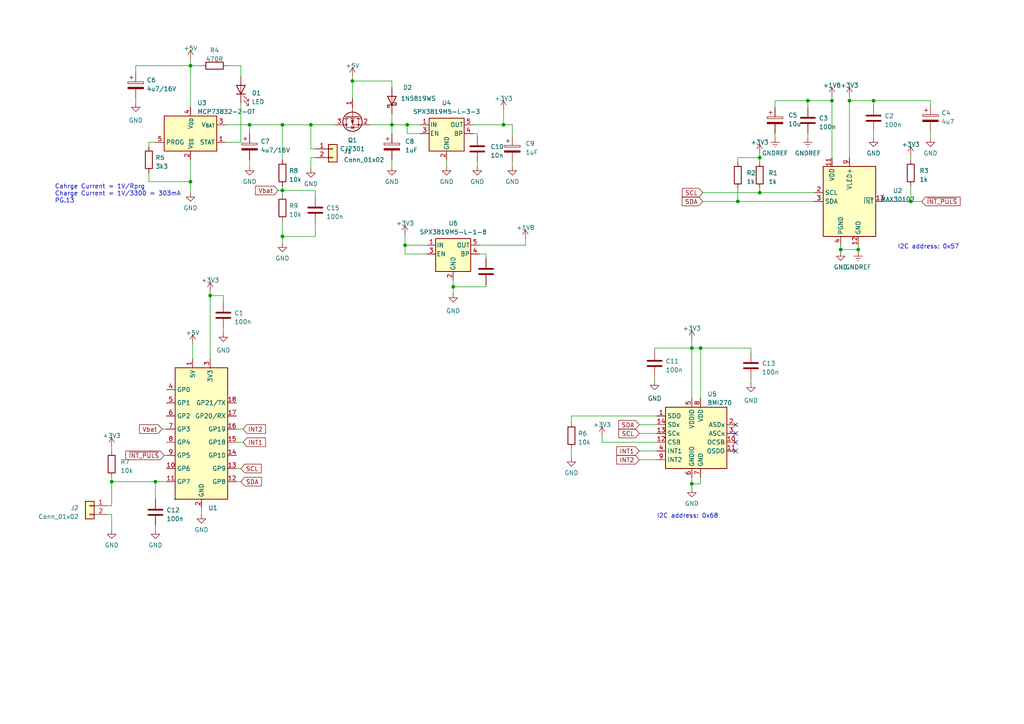
<source format=kicad_sch>
(kicad_sch (version 20230121) (generator eeschema)
  (paper "A4")
  (lib_symbols
    (symbol "Battery_Management:MCP73832-2-OT"
      (property "Reference" "U" (at -7.62 6.35 0))
      (property "Value" "MCP73832-2-OT" (at 1.27 6.35 0))
      (symbol "MCP73832-2-OT_0_1"
        (rectangle (start -7.62 5.08) (end 7.62 -5.08) (stroke (width 0.254)) (fill (type background)))
      )
      (symbol "MCP73832-2-OT_1_1"
        (pin output line (at 10.16 -2.54 180) (length 2.54) (name "STAT") (number "1"))
        (pin power_in line (at 0 -7.62 90) (length 2.54) (name "V_{SS}") (number "2"))
        (pin power_out line (at 10.16 2.54 180) (length 2.54) (name "V_{BAT}") (number "3"))
        (pin power_in line (at 0 7.62 270) (length 2.54) (name "V_{DD}") (number "4"))
        (pin input line (at -10.16 -2.54 0) (length 2.54) (name "PROG") (number "5"))
      )
    )
    (symbol "Connector_Generic:Conn_01x02" (pin_names (offset 1.016) hide)
      (property "Reference" "J" (at 0 2.54 0))
      (property "Value" "Conn_01x02" (at 0 -5.08 0))
      (symbol "Conn_01x02_1_1"
        (rectangle (start -1.27 -2.413) (end 0 -2.667) (stroke (width 0.1524)))
        (rectangle (start -1.27 0.127) (end 0 -0.127) (stroke (width 0.1524)))
        (rectangle (start -1.27 1.27) (end 1.27 -3.81) (stroke (width 0.254)) (fill (type background)))
        (pin passive line (at -5.08 0 0) (length 3.81) (name "Pin_1") (number "1"))
        (pin passive line (at -5.08 -2.54 0) (length 3.81) (name "Pin_2") (number "2"))
      )
    )
    (symbol "Device:C" (pin_numbers hide) (pin_names (offset 0.254))
      (property "Reference" "C" (at 0.635 2.54 0))
      (property "Value" "C" (at 0.635 -2.54 0))
      (symbol "C_0_1"
        (polyline (pts (xy -2.032 -0.762) (xy 2.032 -0.762)) (stroke (width 0.508)))
        (polyline (pts (xy -2.032 0.762) (xy 2.032 0.762)) (stroke (width 0.508)))
      )
      (symbol "C_1_1"
        (pin passive line (at 0 3.81 270) (length 2.794) (name "~") (number "1"))
        (pin passive line (at 0 -3.81 90) (length 2.794) (name "~") (number "2"))
      )
    )
    (symbol "Device:C_Polarized" (pin_numbers hide) (pin_names (offset 0.254))
      (property "Reference" "C" (at 0.635 2.54 0))
      (property "Value" "C_Polarized" (at 0.635 -2.54 0))
      (symbol "C_Polarized_0_1"
        (rectangle (start -2.286 0.508) (end 2.286 1.016))
        (polyline (pts (xy -1.778 2.286) (xy -0.762 2.286)))
        (polyline (pts (xy -1.27 2.794) (xy -1.27 1.778)))
        (rectangle (start 2.286 -0.508) (end -2.286 -1.016) (fill (type outline)))
      )
      (symbol "C_Polarized_1_1"
        (pin passive line (at 0 3.81 270) (length 2.794) (name "~") (number "1"))
        (pin passive line (at 0 -3.81 90) (length 2.794) (name "~") (number "2"))
      )
    )
    (symbol "Device:LED" (pin_numbers hide) (pin_names (offset 1.016) hide)
      (property "Reference" "D" (at 0 2.54 0))
      (property "Value" "LED" (at 0 -2.54 0))
      (symbol "LED_0_1"
        (polyline (pts (xy -1.27 -1.27) (xy -1.27 1.27)) (stroke (width 0.254)))
        (polyline (pts (xy -1.27 0) (xy 1.27 0)))
        (polyline (pts (xy 1.27 -1.27) (xy 1.27 1.27) (xy -1.27 0) (xy 1.27 -1.27)) (stroke (width 0.254)))
        (polyline (pts (xy -3.048 -0.762) (xy -4.572 -2.286) (xy -3.81 -2.286) (xy -4.572 -2.286) (xy -4.572 -1.524)))
        (polyline (pts (xy -1.778 -0.762) (xy -3.302 -2.286) (xy -2.54 -2.286) (xy -3.302 -2.286) (xy -3.302 -1.524)))
      )
      (symbol "LED_1_1"
        (pin passive line (at -3.81 0 0) (length 2.54) (name "K") (number "1"))
        (pin passive line (at 3.81 0 180) (length 2.54) (name "A") (number "2"))
      )
    )
    (symbol "Device:R" (pin_numbers hide) (pin_names (offset 0))
      (property "Reference" "R" (at 2.032 0 90))
      (property "Value" "R" (at 0 0 90))
      (symbol "R_0_1"
        (rectangle (start -1.016 -2.54) (end 1.016 2.54) (stroke (width 0.254)))
      )
      (symbol "R_1_1"
        (pin passive line (at 0 3.81 270) (length 1.27) (name "~") (number "1"))
        (pin passive line (at 0 -3.81 90) (length 1.27) (name "~") (number "2"))
      )
    )
    (symbol "Diode:1N5819WS" (pin_numbers hide) (pin_names (offset 1.016) hide)
      (property "Reference" "D" (at 0 2.54 0))
      (property "Value" "1N5819WS" (at 0 -2.54 0))
      (symbol "1N5819WS_0_1"
        (polyline (pts (xy 1.27 0) (xy -1.27 0)))
        (polyline (pts (xy 1.27 1.27) (xy 1.27 -1.27) (xy -1.27 0) (xy 1.27 1.27)) (stroke (width 0.254)))
        (polyline (pts (xy -1.905 0.635) (xy -1.905 1.27) (xy -1.27 1.27) (xy -1.27 -1.27) (xy -0.635 -1.27) (xy -0.635 -0.635)) (stroke (width 0.254)))
      )
      (symbol "1N5819WS_1_1"
        (pin passive line (at -3.81 0 0) (length 2.54) (name "K") (number "1"))
        (pin passive line (at 3.81 0 180) (length 2.54) (name "A") (number "2"))
      )
    )
    (symbol "MCU_Module:ESP32-C3-Zero"
      (property "Reference" "U" (at 12.7 -1.27 0))
      (symbol "ESP32-C3-Zero_1_1"
        (rectangle (start 0 38.1) (end 15.24 0) (stroke (width 0.254)) (fill (type background)))
        (pin power_in line (at 5.08 40.64 270) (length 2.54) (name "5V") (number "1"))
        (pin bidirectional line (at -2.54 8.89 0) (length 2.54) (name "GP6") (number "10"))
        (pin bidirectional line (at -2.54 5.08 0) (length 2.54) (name "GP7") (number "11"))
        (pin bidirectional line (at 17.78 5.08 180) (length 2.54) (name "GP8") (number "12"))
        (pin bidirectional line (at 17.78 8.89 180) (length 2.54) (name "GP9") (number "13"))
        (pin input line (at 17.78 12.7 180) (length 2.54) (name "GP10") (number "14"))
        (pin input line (at 17.78 16.51 180) (length 2.54) (name "GP18") (number "15"))
        (pin output line (at 17.78 20.32 180) (length 2.54) (name "GP19") (number "16"))
        (pin bidirectional line (at 17.78 24.13 180) (length 2.54) (name "GP20/RX") (number "17"))
        (pin bidirectional line (at 17.78 27.94 180) (length 2.54) (name "GP21/TX") (number "18"))
        (pin power_in line (at 7.62 -2.54 90) (length 2.54) (name "GND") (number "2"))
        (pin power_out line (at 10.16 40.64 270) (length 2.54) (name "3V3") (number "3"))
        (pin bidirectional line (at -2.54 31.75 0) (length 2.54) (name "GP0") (number "4"))
        (pin bidirectional line (at -2.54 27.94 0) (length 2.54) (name "GP1") (number "5"))
        (pin bidirectional line (at -2.54 24.13 0) (length 2.54) (name "GP2") (number "6"))
        (pin bidirectional line (at -2.54 20.32 0) (length 2.54) (name "GP3") (number "7"))
        (pin bidirectional line (at -2.54 16.51 0) (length 2.54) (name "GP4") (number "8"))
        (pin bidirectional line (at -2.54 12.7 0) (length 2.54) (name "GP5") (number "9"))
      )
    )
    (symbol "Regulator_Linear:SPX3819M5-L-1-8" (pin_names (offset 0.254))
      (property "Reference" "U" (at -3.81 5.715 0))
      (property "Value" "SPX3819M5-L-1-8" (at 0 5.715 0))
      (symbol "SPX3819M5-L-1-8_0_1"
        (rectangle (start -5.08 4.445) (end 5.08 -5.08) (stroke (width 0.254)) (fill (type background)))
      )
      (symbol "SPX3819M5-L-1-8_1_1"
        (pin power_in line (at -7.62 2.54 0) (length 2.54) (name "IN") (number "1"))
        (pin power_in line (at 0 -7.62 90) (length 2.54) (name "GND") (number "2"))
        (pin input line (at -7.62 0 0) (length 2.54) (name "EN") (number "3"))
        (pin input line (at 7.62 0 180) (length 2.54) (name "BP") (number "4"))
        (pin power_out line (at 7.62 2.54 180) (length 2.54) (name "OUT") (number "5"))
      )
    )
    (symbol "Regulator_Linear:SPX3819M5-L-3-3" (pin_names (offset 0.254))
      (property "Reference" "U" (at -3.81 5.715 0))
      (property "Value" "SPX3819M5-L-3-3" (at 0 5.715 0))
      (symbol "SPX3819M5-L-3-3_0_1"
        (rectangle (start -5.08 4.445) (end 5.08 -5.08) (stroke (width 0.254)) (fill (type background)))
      )
      (symbol "SPX3819M5-L-3-3_1_1"
        (pin power_in line (at -7.62 2.54 0) (length 2.54) (name "IN") (number "1"))
        (pin power_in line (at 0 -7.62 90) (length 2.54) (name "GND") (number "2"))
        (pin input line (at -7.62 0 0) (length 2.54) (name "EN") (number "3"))
        (pin input line (at 7.62 0 180) (length 2.54) (name "BP") (number "4"))
        (pin power_out line (at 7.62 2.54 180) (length 2.54) (name "OUT") (number "5"))
      )
    )
    (symbol "Sensor:MAX30102"
      (property "Reference" "U" (at 7.62 15.24 0))
      (property "Value" "MAX30102" (at 7.62 12.7 0))
      (symbol "MAX30102_0_1"
        (rectangle (start -7.62 10.16) (end 7.62 -10.16) (stroke (width 0.254)) (fill (type background)))
      )
      (symbol "MAX30102_1_1"
        (pin no_connect line (at -7.62 5.08 0) (length 2.54) hide (name "NC") (number "1"))
        (pin passive line (at 0 12.7 270) (length 2.54) hide (name "VLED+") (number "10"))
        (pin power_in line (at -5.08 12.7 270) (length 2.54) (name "VDD") (number "11"))
        (pin power_in line (at 2.54 -12.7 90) (length 2.54) (name "GND") (number "12"))
        (pin output line (at 10.16 0 180) (length 2.54) (name "~{INT}") (number "13"))
        (pin no_connect line (at 7.62 2.54 180) (length 2.54) hide (name "NC") (number "14"))
        (pin input line (at -10.16 2.54 0) (length 2.54) (name "SCL") (number "2"))
        (pin bidirectional line (at -10.16 0 0) (length 2.54) (name "SDA") (number "3"))
        (pin power_in line (at -2.54 -12.7 90) (length 2.54) (name "PGND") (number "4"))
        (pin no_connect line (at 7.62 -7.62 180) (length 2.54) hide (name "NC") (number "5"))
        (pin no_connect line (at 7.62 -5.08 180) (length 2.54) hide (name "NC") (number "6"))
        (pin no_connect line (at -7.62 -2.54 0) (length 2.54) hide (name "NC") (number "7"))
        (pin no_connect line (at 7.62 5.08 180) (length 2.54) hide (name "NC") (number "8"))
        (pin power_in line (at 0 12.7 270) (length 2.54) (name "VLED+") (number "9"))
      )
    )
    (symbol "Sensor_Motion:BMI160"
      (property "Reference" "U" (at -10.16 8.89 0))
      (property "Value" "BMI160" (at 7.62 8.89 0))
      (symbol "BMI160_1_1"
        (rectangle (start -10.16 7.62) (end 7.62 -10.16) (stroke (width 0.254)) (fill (type background)))
        (pin bidirectional line (at -12.7 5.08 0) (length 2.54) (name "SDO") (number "1"))
        (pin bidirectional line (at 10.16 -2.54 180) (length 2.54) (name "OCSB") (number "10"))
        (pin bidirectional line (at 10.16 -5.08 180) (length 2.54) (name "OSDO") (number "11"))
        (pin input line (at -12.7 -2.54 0) (length 2.54) (name "CSB") (number "12"))
        (pin input line (at -12.7 0 0) (length 2.54) (name "SCx") (number "13"))
        (pin bidirectional line (at -12.7 2.54 0) (length 2.54) (name "SDx") (number "14"))
        (pin bidirectional line (at 10.16 2.54 180) (length 2.54) (name "ASDx") (number "2"))
        (pin output line (at 10.16 0 180) (length 2.54) (name "ASCx") (number "3"))
        (pin bidirectional line (at -12.7 -5.08 0) (length 2.54) (name "INT1") (number "4"))
        (pin power_in line (at -2.54 10.16 270) (length 2.54) (name "VDDIO") (number "5"))
        (pin power_in line (at -2.54 -12.7 90) (length 2.54) (name "GNDIO") (number "6"))
        (pin power_in line (at 0 -12.7 90) (length 2.54) (name "GND") (number "7"))
        (pin power_in line (at 0 10.16 270) (length 2.54) (name "VDD") (number "8"))
        (pin bidirectional line (at -12.7 -7.62 0) (length 2.54) (name "INT2") (number "9"))
      )
    )
    (symbol "Transistor_FET:Si2319CDS" (pin_names hide)
      (property "Reference" "Q" (at 5.08 1.905 0))
      (property "Value" "Si2319CDS" (at 5.08 0 0))
      (symbol "Si2319CDS_0_1"
        (polyline (pts (xy 0.254 0) (xy -2.54 0)))
        (polyline (pts (xy 0.254 1.905) (xy 0.254 -1.905)) (stroke (width 0.254)))
        (polyline (pts (xy 0.762 -1.27) (xy 0.762 -2.286)) (stroke (width 0.254)))
        (polyline (pts (xy 0.762 0.508) (xy 0.762 -0.508)) (stroke (width 0.254)))
        (polyline (pts (xy 0.762 2.286) (xy 0.762 1.27)) (stroke (width 0.254)))
        (polyline (pts (xy 2.54 2.54) (xy 2.54 1.778)))
        (polyline (pts (xy 2.54 -2.54) (xy 2.54 0) (xy 0.762 0)))
        (polyline (pts (xy 0.762 1.778) (xy 3.302 1.778) (xy 3.302 -1.778) (xy 0.762 -1.778)))
        (polyline (pts (xy 2.286 0) (xy 1.27 0.381) (xy 1.27 -0.381) (xy 2.286 0)) (fill (type outline)))
        (polyline (pts (xy 2.794 -0.508) (xy 2.921 -0.381) (xy 3.683 -0.381) (xy 3.81 -0.254)))
        (polyline (pts (xy 3.302 -0.381) (xy 2.921 0.254) (xy 3.683 0.254) (xy 3.302 -0.381)))
        (circle (center 1.651 0) (radius 2.794) (stroke (width 0.254)))
        (circle (center 2.54 -1.778) (radius 0.254) (fill (type outline)))
        (circle (center 2.54 1.778) (radius 0.254) (fill (type outline)))
      )
      (symbol "Si2319CDS_1_1"
        (pin input line (at -5.08 0 0) (length 2.54) (name "G") (number "1"))
        (pin passive line (at 2.54 -5.08 90) (length 2.54) (name "S") (number "2"))
        (pin passive line (at 2.54 5.08 270) (length 2.54) (name "D") (number "3"))
      )
    )
    (symbol "power:+1V8" (power) (pin_names (offset 0))
      (property "Value" "+1V8" (at 0 3.556 0))
      (symbol "+1V8_0_1"
        (polyline (pts (xy -0.762 1.27) (xy 0 2.54)))
        (polyline (pts (xy 0 0) (xy 0 2.54)))
        (polyline (pts (xy 0 2.54) (xy 0.762 1.27)))
      )
      (symbol "+1V8_1_1"
        (pin power_in line (at 0 0 90) (length 0) hide (name "+1V8") (number "1"))
      )
    )
    (symbol "power:+3V3" (power) (pin_names (offset 0))
      (property "Value" "+3V3" (at 0 3.556 0))
      (symbol "+3V3_0_1"
        (polyline (pts (xy -0.762 1.27) (xy 0 2.54)))
        (polyline (pts (xy 0 0) (xy 0 2.54)))
        (polyline (pts (xy 0 2.54) (xy 0.762 1.27)))
      )
      (symbol "+3V3_1_1"
        (pin power_in line (at 0 0 90) (length 0) hide (name "+3V3") (number "1"))
      )
    )
    (symbol "power:+5V" (power) (pin_names (offset 0))
      (property "Value" "+5V" (at 0 3.556 0))
      (symbol "+5V_0_1"
        (polyline (pts (xy -0.762 1.27) (xy 0 2.54)))
        (polyline (pts (xy 0 0) (xy 0 2.54)))
        (polyline (pts (xy 0 2.54) (xy 0.762 1.27)))
      )
      (symbol "+5V_1_1"
        (pin power_in line (at 0 0 90) (length 0) hide (name "+5V") (number "1"))
      )
    )
    (symbol "power:GND" (power) (pin_names (offset 0))
      (property "Value" "GND" (at 0 -3.81 0))
      (symbol "GND_0_1"
        (polyline (pts (xy 0 0) (xy 0 -1.27) (xy 1.27 -1.27) (xy 0 -2.54) (xy -1.27 -1.27) (xy 0 -1.27)))
      )
      (symbol "GND_1_1"
        (pin power_in line (at 0 0 270) (length 0) hide (name "GND") (number "1"))
      )
    )
    (symbol "power:GNDREF" (power) (pin_names (offset 0))
      (property "Value" "GNDREF" (at 0 -3.81 0))
      (symbol "GNDREF_0_1"
        (polyline (pts (xy -0.635 -1.905) (xy 0.635 -1.905)))
        (polyline (pts (xy -0.127 -2.54) (xy 0.127 -2.54)))
        (polyline (pts (xy 0 -1.27) (xy 0 0)))
        (polyline (pts (xy 1.27 -1.27) (xy -1.27 -1.27)))
      )
      (symbol "GNDREF_1_1"
        (pin power_in line (at 0 0 270) (length 0) hide (name "GNDREF") (number "1"))
      )
    )
  )
  (junction (at 117.475 71.12))
  (junction (at 72.39 36.195))
  (junction (at 32.385 139.7))
  (junction (at 246.38 29.21))
  (junction (at 60.96 85.725))
  (junction (at 146.05 36.195))
  (junction (at 248.92 72.39))
  (junction (at 81.915 55.245))
  (junction (at 234.315 29.21))
  (junction (at 118.11 36.195))
  (junction (at 241.3 29.21))
  (junction (at 264.16 58.42))
  (junction (at 131.445 83.185))
  (junction (at 90.17 36.195))
  (junction (at 45.085 139.7))
  (junction (at 253.365 29.21))
  (junction (at 220.345 45.72))
  (junction (at 200.66 140.335))
  (junction (at 113.665 36.195))
  (junction (at 102.235 23.495))
  (junction (at 55.245 52.705))
  (junction (at 243.84 72.39))
  (junction (at 213.995 58.42))
  (junction (at 220.345 55.88))
  (junction (at 81.915 68.58))
  (junction (at 200.66 100.965))
  (junction (at 81.915 36.195))
  (junction (at 55.245 19.05))
  (junction (at 203.2 100.965))
  (no_connect (at 213.36 123.19))
  (no_connect (at 213.36 130.81))
  (no_connect (at 213.36 125.73))
  (no_connect (at 213.36 128.27))
  (wire (pts (xy 140.97 83.185) (xy 131.445 83.185)))
  (wire (pts (xy 253.365 30.48) (xy 253.365 29.21)))
  (wire (pts (xy 131.445 83.185) (xy 131.445 85.09)))
  (wire (pts (xy 39.37 20.955) (xy 39.37 19.05)))
  (wire (pts (xy 200.66 138.43) (xy 200.66 140.335)))
  (wire (pts (xy 91.44 57.15) (xy 91.44 55.245)))
  (wire (pts (xy 253.365 38.1) (xy 253.365 40.005)))
  (wire (pts (xy 131.445 81.28) (xy 131.445 83.185)))
  (wire (pts (xy 123.825 71.12) (xy 117.475 71.12)))
  (wire (pts (xy 146.05 31.75) (xy 146.05 36.195)))
  (wire (pts (xy 118.11 36.195) (xy 121.92 36.195)))
  (wire (pts (xy 139.065 71.12) (xy 152.4 71.12)))
  (wire (pts (xy 55.245 46.355) (xy 55.245 52.705)))
  (wire (pts (xy 264.16 58.42) (xy 264.16 53.975)))
  (wire (pts (xy 43.18 41.275) (xy 45.085 41.275)))
  (wire (pts (xy 200.66 98.425) (xy 200.66 100.965)))
  (wire (pts (xy 72.39 36.195) (xy 72.39 38.735)))
  (wire (pts (xy 68.58 139.7) (xy 69.85 139.7)))
  (wire (pts (xy 234.315 38.735) (xy 234.315 40.005)))
  (wire (pts (xy 32.385 139.7) (xy 32.385 146.685)))
  (wire (pts (xy 60.96 85.725) (xy 60.96 104.14)))
  (wire (pts (xy 248.92 71.12) (xy 248.92 72.39)))
  (wire (pts (xy 129.54 46.355) (xy 129.54 48.26)))
  (wire (pts (xy 58.42 147.32) (xy 58.42 149.225)))
  (wire (pts (xy 45.085 139.7) (xy 48.26 139.7)))
  (wire (pts (xy 220.345 55.88) (xy 220.345 54.61)))
  (wire (pts (xy 217.805 102.235) (xy 217.805 100.965)))
  (wire (pts (xy 39.37 19.05) (xy 55.245 19.05)))
  (wire (pts (xy 90.17 45.72) (xy 91.44 45.72)))
  (wire (pts (xy 140.97 74.93) (xy 140.97 73.66)))
  (wire (pts (xy 165.735 120.65) (xy 190.5 120.65)))
  (wire (pts (xy 60.96 84.455) (xy 60.96 85.725)))
  (wire (pts (xy 248.92 72.39) (xy 248.92 73.025)))
  (wire (pts (xy 203.2 100.965) (xy 200.66 100.965)))
  (wire (pts (xy 65.405 36.195) (xy 72.39 36.195)))
  (wire (pts (xy 69.85 29.845) (xy 69.85 41.275)))
  (wire (pts (xy 269.875 29.21) (xy 253.365 29.21)))
  (wire (pts (xy 264.16 45.085) (xy 264.16 46.355)))
  (wire (pts (xy 117.475 71.12) (xy 117.475 67.945)))
  (wire (pts (xy 189.865 100.965) (xy 200.66 100.965)))
  (wire (pts (xy 90.17 48.895) (xy 90.17 45.72)))
  (wire (pts (xy 81.915 68.58) (xy 81.915 70.485)))
  (wire (pts (xy 203.2 138.43) (xy 203.2 140.335)))
  (wire (pts (xy 185.42 133.35) (xy 190.5 133.35)))
  (wire (pts (xy 107.315 36.195) (xy 113.665 36.195)))
  (wire (pts (xy 236.22 55.88) (xy 220.345 55.88)))
  (wire (pts (xy 269.875 38.1) (xy 269.875 40.005)))
  (wire (pts (xy 148.59 36.195) (xy 146.05 36.195)))
  (wire (pts (xy 138.43 46.99) (xy 138.43 48.26)))
  (wire (pts (xy 55.245 17.145) (xy 55.245 19.05)))
  (wire (pts (xy 137.16 38.735) (xy 138.43 38.735)))
  (wire (pts (xy 72.39 46.355) (xy 72.39 48.26)))
  (wire (pts (xy 81.915 36.195) (xy 81.915 46.355)))
  (wire (pts (xy 165.735 122.555) (xy 165.735 120.65)))
  (wire (pts (xy 213.995 58.42) (xy 213.995 54.61)))
  (wire (pts (xy 185.42 125.73) (xy 190.5 125.73)))
  (wire (pts (xy 203.835 55.88) (xy 220.345 55.88)))
  (wire (pts (xy 246.38 27.94) (xy 246.38 29.21)))
  (wire (pts (xy 45.085 139.7) (xy 45.085 144.78)))
  (wire (pts (xy 113.665 23.495) (xy 102.235 23.495)))
  (wire (pts (xy 45.085 152.4) (xy 45.085 153.67)))
  (wire (pts (xy 80.645 55.245) (xy 81.915 55.245)))
  (wire (pts (xy 68.58 124.46) (xy 70.485 124.46)))
  (wire (pts (xy 31.115 146.685) (xy 32.385 146.685)))
  (wire (pts (xy 102.235 22.225) (xy 102.235 23.495)))
  (wire (pts (xy 32.385 149.225) (xy 32.385 153.67)))
  (wire (pts (xy 113.665 36.195) (xy 113.665 33.02)))
  (wire (pts (xy 203.2 140.335) (xy 200.66 140.335)))
  (wire (pts (xy 117.475 73.66) (xy 117.475 71.12)))
  (wire (pts (xy 43.18 50.165) (xy 43.18 52.705)))
  (wire (pts (xy 256.54 58.42) (xy 264.16 58.42)))
  (wire (pts (xy 102.235 23.495) (xy 102.235 28.575)))
  (wire (pts (xy 55.245 19.05) (xy 55.245 31.115)))
  (wire (pts (xy 203.835 58.42) (xy 213.995 58.42)))
  (wire (pts (xy 200.66 100.965) (xy 200.66 115.57)))
  (wire (pts (xy 55.245 19.05) (xy 58.42 19.05)))
  (wire (pts (xy 64.77 95.25) (xy 64.77 96.52)))
  (wire (pts (xy 91.44 68.58) (xy 81.915 68.58)))
  (wire (pts (xy 121.92 38.735) (xy 118.11 38.735)))
  (wire (pts (xy 189.865 101.6) (xy 189.865 100.965)))
  (wire (pts (xy 64.77 87.63) (xy 64.77 85.725)))
  (wire (pts (xy 81.915 36.195) (xy 90.17 36.195)))
  (wire (pts (xy 243.84 71.12) (xy 243.84 72.39)))
  (wire (pts (xy 118.11 38.735) (xy 118.11 36.195)))
  (wire (pts (xy 47.625 132.08) (xy 48.26 132.08)))
  (wire (pts (xy 55.245 52.705) (xy 55.245 55.88)))
  (wire (pts (xy 220.345 45.72) (xy 220.345 46.99)))
  (wire (pts (xy 32.385 138.43) (xy 32.385 139.7)))
  (wire (pts (xy 224.79 31.115) (xy 224.79 29.21)))
  (wire (pts (xy 55.88 99.695) (xy 55.88 104.14)))
  (wire (pts (xy 174.625 128.27) (xy 190.5 128.27)))
  (wire (pts (xy 91.44 64.77) (xy 91.44 68.58)))
  (wire (pts (xy 90.17 36.195) (xy 97.155 36.195)))
  (wire (pts (xy 217.805 109.855) (xy 217.805 111.125)))
  (wire (pts (xy 46.99 124.46) (xy 48.26 124.46)))
  (wire (pts (xy 72.39 36.195) (xy 81.915 36.195)))
  (wire (pts (xy 189.865 109.22) (xy 189.865 110.49)))
  (wire (pts (xy 269.875 30.48) (xy 269.875 29.21)))
  (wire (pts (xy 152.4 69.215) (xy 152.4 71.12)))
  (wire (pts (xy 200.66 140.335) (xy 200.66 141.605)))
  (wire (pts (xy 32.385 139.7) (xy 45.085 139.7)))
  (wire (pts (xy 113.665 36.195) (xy 118.11 36.195)))
  (wire (pts (xy 69.85 41.275) (xy 65.405 41.275)))
  (wire (pts (xy 224.79 29.21) (xy 234.315 29.21)))
  (wire (pts (xy 213.995 45.72) (xy 220.345 45.72)))
  (wire (pts (xy 246.38 29.21) (xy 246.38 45.72)))
  (wire (pts (xy 165.735 130.175) (xy 165.735 132.715)))
  (wire (pts (xy 213.995 46.99) (xy 213.995 45.72)))
  (wire (pts (xy 31.115 149.225) (xy 32.385 149.225)))
  (wire (pts (xy 113.665 46.355) (xy 113.665 48.26)))
  (wire (pts (xy 234.315 29.21) (xy 241.3 29.21)))
  (wire (pts (xy 68.58 135.89) (xy 69.85 135.89)))
  (wire (pts (xy 203.2 115.57) (xy 203.2 100.965)))
  (wire (pts (xy 220.345 44.45) (xy 220.345 45.72)))
  (wire (pts (xy 123.825 73.66) (xy 117.475 73.66)))
  (wire (pts (xy 148.59 39.37) (xy 148.59 36.195)))
  (wire (pts (xy 148.59 46.99) (xy 148.59 48.26)))
  (wire (pts (xy 243.84 72.39) (xy 248.92 72.39)))
  (wire (pts (xy 185.42 123.19) (xy 190.5 123.19)))
  (wire (pts (xy 69.85 19.05) (xy 66.04 19.05)))
  (wire (pts (xy 91.44 55.245) (xy 81.915 55.245)))
  (wire (pts (xy 32.385 129.54) (xy 32.385 130.81)))
  (wire (pts (xy 43.18 42.545) (xy 43.18 41.275)))
  (wire (pts (xy 90.17 43.18) (xy 90.17 36.195)))
  (wire (pts (xy 174.625 126.365) (xy 174.625 128.27)))
  (wire (pts (xy 140.97 82.55) (xy 140.97 83.185)))
  (wire (pts (xy 241.3 27.94) (xy 241.3 29.21)))
  (wire (pts (xy 137.16 36.195) (xy 146.05 36.195)))
  (wire (pts (xy 81.915 64.135) (xy 81.915 68.58)))
  (wire (pts (xy 253.365 29.21) (xy 246.38 29.21)))
  (wire (pts (xy 113.665 36.195) (xy 113.665 38.735)))
  (wire (pts (xy 81.915 53.975) (xy 81.915 55.245)))
  (wire (pts (xy 224.79 38.735) (xy 224.79 40.005)))
  (wire (pts (xy 113.665 25.4) (xy 113.665 23.495)))
  (wire (pts (xy 81.915 55.245) (xy 81.915 56.515)))
  (wire (pts (xy 43.18 52.705) (xy 55.245 52.705)))
  (wire (pts (xy 264.16 58.42) (xy 267.335 58.42)))
  (wire (pts (xy 68.58 128.27) (xy 70.485 128.27)))
  (wire (pts (xy 91.44 43.18) (xy 90.17 43.18)))
  (wire (pts (xy 217.805 100.965) (xy 203.2 100.965)))
  (wire (pts (xy 243.84 72.39) (xy 243.84 73.025)))
  (wire (pts (xy 234.315 31.115) (xy 234.315 29.21)))
  (wire (pts (xy 69.85 22.225) (xy 69.85 19.05)))
  (wire (pts (xy 140.97 73.66) (xy 139.065 73.66)))
  (wire (pts (xy 138.43 38.735) (xy 138.43 39.37)))
  (wire (pts (xy 241.3 29.21) (xy 241.3 45.72)))
  (wire (pts (xy 39.37 28.575) (xy 39.37 29.845)))
  (wire (pts (xy 64.77 85.725) (xy 60.96 85.725)))
  (wire (pts (xy 185.42 130.81) (xy 190.5 130.81)))
  (wire (pts (xy 236.22 58.42) (xy 213.995 58.42)))
  (text "Cahrge Current = 1V/Rprg\nCharge Current = 1V/3300 = 303mA\nPG.13" (at 15.875 59.055 0) (effects (font (size 1.27 1.27)) (justify left bottom)))
  (text "I2C address: 0x57" (at 260.35 72.39 0) (effects (font (size 1.27 1.27)) (justify left bottom)))
  (text "I2C address: 0x68" (at 190.5 150.495 0) (effects (font (size 1.27 1.27)) (justify left bottom)))
  (global_label "INT1" (shape input) (at 70.485 128.27 0) (property "Intersheetrefs" "${INTERSHEET_REFS}" (effects hide)))
  (global_label "~{INT_PULS}" (shape input) (at 267.335 58.42 0) (property "Intersheetrefs" "${INTERSHEET_REFS}" (effects hide)))
  (global_label "Vbat" (shape input) (at 80.645 55.245 180) (property "Intersheetrefs" "${INTERSHEET_REFS}" (effects hide)))
  (global_label "Vbat" (shape input) (at 46.99 124.46 180) (property "Intersheetrefs" "${INTERSHEET_REFS}" (effects hide)))
  (global_label "INT2" (shape input) (at 70.485 124.46 0) (property "Intersheetrefs" "${INTERSHEET_REFS}" (effects hide)))
  (global_label "SDA" (shape input) (at 203.835 58.42 180) (property "Intersheetrefs" "${INTERSHEET_REFS}" (effects hide)))
  (global_label "SDA" (shape input) (at 185.42 123.19 180) (property "Intersheetrefs" "${INTERSHEET_REFS}" (effects hide)))
  (global_label "~{INT_PULS}" (shape input) (at 47.625 132.08 180) (property "Intersheetrefs" "${INTERSHEET_REFS}" (effects hide)))
  (global_label "INT1" (shape input) (at 185.42 130.81 180) (property "Intersheetrefs" "${INTERSHEET_REFS}" (effects hide)))
  (global_label "SCL" (shape input) (at 203.835 55.88 180) (property "Intersheetrefs" "${INTERSHEET_REFS}" (effects hide)))
  (global_label "SCL" (shape input) (at 69.85 135.89 0) (property "Intersheetrefs" "${INTERSHEET_REFS}" (effects hide)))
  (global_label "INT2" (shape input) (at 185.42 133.35 180) (property "Intersheetrefs" "${INTERSHEET_REFS}" (effects hide)))
  (global_label "SDA" (shape input) (at 69.85 139.7 0) (property "Intersheetrefs" "${INTERSHEET_REFS}" (effects hide)))
  (global_label "SCL" (shape input) (at 185.42 125.73 180) (property "Intersheetrefs" "${INTERSHEET_REFS}" (effects hide)))
  (symbol (lib_id "power:+5V") (at 55.245 17.145 0) (unit 1)
    (property "Reference" "#PWR014" (effects hide))
    (property "Value" "+5V" (at 55.245 13.97 0))
  )
  (symbol (lib_id "Device:R") (at 220.345 50.8 0) (unit 1)
    (property "Reference" "R1" (at 222.885 50.165 0) (effects (justify left)))
    (property "Value" "1k" (at 222.885 52.705 0) (effects (justify left)))
    (property "Footprint" "Resistor_SMD:R_0603_1608Metric_Pad0.98x0.95mm_HandSolder" (effects hide))
  )
  (symbol (lib_id "Device:C_Polarized") (at 224.79 34.925 0) (unit 1)
    (property "Reference" "C5" (at 228.6 33.401 0) (effects (justify left)))
    (property "Value" "10u" (at 228.6 35.941 0) (effects (justify left)))
    (property "Footprint" "Capacitor_Tantalum_SMD:CP_EIA-3216-18_Kemet-A_Pad1.58x1.35mm_HandSolder" (effects hide))
  )
  (symbol (lib_id "power:GND") (at 32.385 153.67 0) (unit 1)
    (property "Reference" "#PWR026" (effects hide))
    (property "Value" "GND" (at 32.385 158.115 0))
  )
  (symbol (lib_id "power:GND") (at 64.77 96.52 0) (unit 1)
    (property "Reference" "#PWR07" (effects hide))
    (property "Value" "GND" (at 64.77 101.6 0))
  )
  (symbol (lib_id "power:GND") (at 253.365 40.005 0) (unit 1)
    (property "Reference" "#PWR08" (effects hide))
    (property "Value" "GND" (at 253.365 44.45 0))
  )
  (symbol (lib_id "Device:C") (at 234.315 34.925 0) (unit 1)
    (property "Reference" "C3" (at 237.49 34.29 0) (effects (justify left)))
    (property "Value" "100n" (at 237.49 36.83 0) (effects (justify left)))
    (property "Footprint" "Capacitor_SMD:C_0603_1608Metric_Pad1.08x0.95mm_HandSolder" (effects hide))
  )
  (symbol (lib_id "power:GND") (at 165.735 132.715 0) (unit 1)
    (property "Reference" "#PWR034" (effects hide))
    (property "Value" "GND" (at 165.735 137.16 0))
  )
  (symbol (lib_id "power:GND") (at 189.865 110.49 0) (unit 1)
    (property "Reference" "#PWR030" (effects hide))
    (property "Value" "GND" (at 189.865 115.57 0))
  )
  (symbol (lib_id "Device:C_Polarized") (at 148.59 43.18 0) (unit 1)
    (property "Reference" "C9" (at 152.4 41.656 0) (effects (justify left)))
    (property "Value" "1uF" (at 152.4 44.196 0) (effects (justify left)))
    (property "Footprint" "Capacitor_Tantalum_SMD:CP_EIA-3216-10_Kemet-I_Pad1.58x1.35mm_HandSolder" (effects hide))
    (property "Datasheet" "https://www.lcsc.com/datasheet/lcsc_datasheet_2409302033_Kyocera-AVX-TAJA105K016RNJ_C7174.pdf" (effects hide))
    (property "Supplier" "LCSC" (effects hide))
    (property "Order Number" "C7174" (effects hide))
    (property "Link" "https://www.lcsc.com/product-detail/Tantalum-Capacitors_Kyocera-AVX-TAJA105K016RNJ_C7174.html" (effects hide))
  )
  (symbol (lib_id "MCU_Module:ESP32-C3-Zero") (at 50.8 144.78 0) (unit 1)
    (property "Reference" "U1" (at 60.3759 147.32 0) (effects (justify left)))
    (property "Value" "~" (at 50.8 144.78 0))
    (property "Footprint" "Module:ESP32-C3-Zero" (effects hide))
  )
  (symbol (lib_id "power:+3V3") (at 220.345 44.45 0) (unit 1)
    (property "Reference" "#PWR03" (effects hide))
    (property "Value" "+3V3" (at 220.345 41.275 0))
  )
  (symbol (lib_id "Device:C") (at 138.43 43.18 0) (unit 1)
    (property "Reference" "C10" (at 142.24 42.545 0) (effects (justify left)))
    (property "Value" "10n" (at 142.24 45.085 0) (effects (justify left)))
    (property "Footprint" "Capacitor_SMD:C_0603_1608Metric_Pad1.08x0.95mm_HandSolder" (effects hide))
  )
  (symbol (lib_id "power:+5V") (at 102.235 22.225 0) (unit 1)
    (property "Reference" "#PWR018" (effects hide))
    (property "Value" "+5V" (at 102.235 19.05 0))
  )
  (symbol (lib_id "power:GND") (at 39.37 29.845 0) (unit 1)
    (property "Reference" "#PWR016" (effects hide))
    (property "Value" "GND" (at 39.37 34.925 0))
  )
  (symbol (lib_id "power:+1V8") (at 241.3 27.94 0) (unit 1)
    (property "Reference" "#PWR01" (effects hide))
    (property "Value" "+1V8" (at 241.3 24.765 0))
  )
  (symbol (lib_id "power:GNDREF") (at 248.92 73.025 0) (unit 1)
    (property "Reference" "#PWR010" (effects hide))
    (property "Value" "GNDREF" (at 248.92 77.47 0))
  )
  (symbol (lib_id "Device:R") (at 264.16 50.165 0) (unit 1)
    (property "Reference" "R3" (at 266.7 49.53 0) (effects (justify left)))
    (property "Value" "1k" (at 266.7 52.07 0) (effects (justify left)))
    (property "Footprint" "Resistor_SMD:R_0603_1608Metric_Pad0.98x0.95mm_HandSolder" (effects hide))
  )
  (symbol (lib_id "Device:C") (at 91.44 60.96 0) (unit 1)
    (property "Reference" "C15" (at 94.615 60.325 0) (effects (justify left)))
    (property "Value" "100n" (at 94.615 62.865 0) (effects (justify left)))
    (property "Footprint" "Capacitor_SMD:C_0603_1608Metric_Pad1.08x0.95mm_HandSolder" (effects hide))
  )
  (symbol (lib_id "Device:R") (at 62.23 19.05 90) (unit 1)
    (property "Reference" "R4" (at 62.23 14.605 90))
    (property "Value" "470R" (at 62.23 17.145 90))
    (property "Footprint" "Resistor_SMD:R_0603_1608Metric_Pad0.98x0.95mm_HandSolder" (effects hide))
  )
  (symbol (lib_id "Device:R") (at 81.915 50.165 0) (unit 1)
    (property "Reference" "R8" (at 83.82 49.53 0) (effects (justify left)))
    (property "Value" "10k" (at 83.82 52.07 0) (effects (justify left)))
    (property "Footprint" "Resistor_SMD:R_0603_1608Metric_Pad0.98x0.95mm_HandSolder" (effects hide))
  )
  (symbol (lib_id "power:GND") (at 243.84 73.025 0) (unit 1)
    (property "Reference" "#PWR04" (effects hide))
    (property "Value" "GND" (at 243.84 77.47 0))
  )
  (symbol (lib_id "power:GND") (at 269.875 40.005 0) (unit 1)
    (property "Reference" "#PWR012" (effects hide))
    (property "Value" "GND" (at 269.875 44.45 0))
  )
  (symbol (lib_id "power:GND") (at 45.085 153.67 0) (unit 1)
    (property "Reference" "#PWR027" (effects hide))
    (property "Value" "GND" (at 45.085 158.115 0))
  )
  (symbol (lib_id "power:GNDREF") (at 234.315 40.005 0) (unit 1)
    (property "Reference" "#PWR09" (effects hide))
    (property "Value" "GNDREF" (at 234.315 44.45 0))
  )
  (symbol (lib_id "power:+3V3") (at 174.625 126.365 0) (unit 1)
    (property "Reference" "#PWR033" (effects hide))
    (property "Value" "+3V3" (at 174.625 123.19 0))
  )
  (symbol (lib_id "power:+1V8") (at 152.4 69.215 0) (unit 1)
    (property "Reference" "#PWR038" (effects hide))
    (property "Value" "+1V8" (at 152.4 66.04 0))
  )
  (symbol (lib_id "power:GNDREF") (at 224.79 40.005 0) (unit 1)
    (property "Reference" "#PWR013" (effects hide))
    (property "Value" "GNDREF" (at 224.79 44.45 0))
  )
  (symbol (lib_id "Connector_Generic:Conn_01x02") (at 26.035 146.685 0) (mirror y) (unit 1)
    (property "Reference" "J2" (at 22.86 147.32 0) (effects (justify left)))
    (property "Value" "Conn_01x02" (at 22.86 149.86 0) (effects (justify left)))
    (property "Footprint" "Connector_PinHeader_2.54mm:PinHeader_1x02_P2.54mm_Vertical" (effects hide))
  )
  (symbol (lib_id "power:+3V3") (at 146.05 31.75 0) (unit 1)
    (property "Reference" "#PWR023" (effects hide))
    (property "Value" "+3V3" (at 146.05 28.575 0))
  )
  (symbol (lib_id "Device:R") (at 32.385 134.62 0) (unit 1)
    (property "Reference" "R7" (at 34.925 133.985 0) (effects (justify left)))
    (property "Value" "10k" (at 34.925 136.525 0) (effects (justify left)))
    (property "Footprint" "Resistor_SMD:R_0603_1608Metric_Pad0.98x0.95mm_HandSolder" (effects hide))
  )
  (symbol (lib_id "power:GND") (at 131.445 85.09 0) (unit 1)
    (property "Reference" "#PWR036" (effects hide))
    (property "Value" "GND" (at 131.445 90.17 0))
  )
  (symbol (lib_id "power:+3V3") (at 60.96 84.455 0) (unit 1)
    (property "Reference" "#PWR06" (effects hide))
    (property "Value" "+3V3" (at 60.96 81.28 0))
  )
  (symbol (lib_id "power:GND") (at 113.665 48.26 0) (unit 1)
    (property "Reference" "#PWR021" (effects hide))
    (property "Value" "GND" (at 113.665 52.705 0))
  )
  (symbol (lib_id "Sensor:MAX30102") (at 246.38 58.42 0) (unit 1)
    (property "Reference" "U2" (at 260.35 55.2959 0))
    (property "Value" "MAX30102" (at 260.35 57.8359 0))
    (property "Footprint" "OptoDevice:Maxim_OLGA-14_3.3x5.6mm_P0.8mm" (effects hide))
    (property "Datasheet" "https://datasheets.maximintegrated.com/en/ds/MAX30102.pdf" (effects hide))
  )
  (symbol (lib_id "Battery_Management:MCP73832-2-OT") (at 55.245 38.735 0) (unit 1)
    (property "Reference" "U3" (at 57.2009 29.845 0) (effects (justify left)))
    (property "Value" "MCP73832-2-OT" (at 57.2009 32.385 0) (effects (justify left)))
    (property "Footprint" "Package_TO_SOT_SMD:SOT-23-5" (effects hide))
    (property "Datasheet" "http://ww1.microchip.com/downloads/en/DeviceDoc/20001984g.pdf" (effects hide))
    (property "Supplier" "LCSC" (effects hide))
    (property "Order Number" "C38066" (effects hide))
    (property "Link" "https://www.lcsc.com/product-detail/Battery-Management_Microchip-Tech-MCP73832T-2ACI-OT_C38066.html?s_z=n_mcp73832" (effects hide))
  )
  (symbol (lib_id "power:GND") (at 58.42 149.225 0) (unit 1)
    (property "Reference" "#PWR05" (effects hide))
    (property "Value" "GND" (at 58.42 153.67 0))
  )
  (symbol (lib_id "Device:C") (at 64.77 91.44 0) (unit 1)
    (property "Reference" "C1" (at 67.945 90.805 0) (effects (justify left)))
    (property "Value" "100n" (at 67.945 93.345 0) (effects (justify left)))
    (property "Footprint" "Capacitor_SMD:C_0603_1608Metric_Pad1.08x0.95mm_HandSolder" (effects hide))
  )
  (symbol (lib_id "power:GND") (at 148.59 48.26 0) (unit 1)
    (property "Reference" "#PWR022" (effects hide))
    (property "Value" "GND" (at 148.59 52.705 0))
  )
  (symbol (lib_id "power:GND") (at 200.66 141.605 0) (unit 1)
    (property "Reference" "#PWR032" (effects hide))
    (property "Value" "GND" (at 200.66 146.05 0))
  )
  (symbol (lib_id "Device:C_Polarized") (at 113.665 42.545 0) (unit 1)
    (property "Reference" "C8" (at 117.475 41.021 0) (effects (justify left)))
    (property "Value" "1uF" (at 117.475 43.561 0) (effects (justify left)))
    (property "Footprint" "Capacitor_Tantalum_SMD:CP_EIA-3216-10_Kemet-I_Pad1.58x1.35mm_HandSolder" (effects hide))
    (property "Datasheet" "https://www.lcsc.com/datasheet/lcsc_datasheet_2409302033_Kyocera-AVX-TAJA105K016RNJ_C7174.pdf" (effects hide))
    (property "Supplier" "LCSC" (effects hide))
    (property "Order Number" "C7174" (effects hide))
    (property "Link" "https://www.lcsc.com/product-detail/Tantalum-Capacitors_Kyocera-AVX-TAJA105K016RNJ_C7174.html" (effects hide))
  )
  (symbol (lib_id "Device:R") (at 165.735 126.365 0) (unit 1)
    (property "Reference" "R6" (at 167.64 125.73 0) (effects (justify left)))
    (property "Value" "10k" (at 167.64 128.27 0) (effects (justify left)))
    (property "Footprint" "Resistor_SMD:R_0603_1608Metric_Pad0.98x0.95mm_HandSolder" (effects hide))
  )
  (symbol (lib_id "power:+3V3") (at 32.385 129.54 0) (unit 1)
    (property "Reference" "#PWR025" (effects hide))
    (property "Value" "+3V3" (at 32.385 126.365 0))
  )
  (symbol (lib_id "power:+3V3") (at 200.66 98.425 0) (unit 1)
    (property "Reference" "#PWR029" (effects hide))
    (property "Value" "+3V3" (at 200.66 95.25 0))
  )
  (symbol (lib_id "Device:C") (at 217.805 106.045 0) (unit 1)
    (property "Reference" "C13" (at 220.98 105.41 0) (effects (justify left)))
    (property "Value" "100n" (at 220.98 107.95 0) (effects (justify left)))
    (property "Footprint" "Capacitor_SMD:C_0603_1608Metric_Pad1.08x0.95mm_HandSolder" (effects hide))
  )
  (symbol (lib_id "Device:C") (at 140.97 78.74 0) (unit 1)
    (property "Reference" "C14" (effects hide))
    (property "Value" "10n" (effects hide))
    (property "Footprint" "Capacitor_SMD:C_0603_1608Metric_Pad1.08x0.95mm_HandSolder" (effects hide))
  )
  (symbol (lib_id "Device:R") (at 213.995 50.8 0) (unit 1)
    (property "Reference" "R2" (at 216.535 50.165 0) (effects (justify left)))
    (property "Value" "1k" (at 216.535 52.705 0) (effects (justify left)))
    (property "Footprint" "Resistor_SMD:R_0603_1608Metric_Pad0.98x0.95mm_HandSolder" (effects hide))
  )
  (symbol (lib_id "power:GND") (at 129.54 48.26 0) (unit 1)
    (property "Reference" "#PWR020" (effects hide))
    (property "Value" "GND" (at 129.54 52.705 0))
  )
  (symbol (lib_id "power:+5V") (at 55.88 99.695 0) (unit 1)
    (property "Reference" "#PWR024" (effects hide))
    (property "Value" "+5V" (at 55.88 96.52 0))
  )
  (symbol (lib_id "power:+3V3") (at 246.38 27.94 0) (unit 1)
    (property "Reference" "#PWR02" (effects hide))
    (property "Value" "+3V3" (at 246.38 24.765 0))
  )
  (symbol (lib_id "power:GND") (at 90.17 48.895 0) (unit 1)
    (property "Reference" "#PWR019" (effects hide))
    (property "Value" "GND" (at 90.17 53.34 0))
  )
  (symbol (lib_id "Transistor_FET:Si2319CDS") (at 102.235 33.655 90) (mirror x) (unit 1)
    (property "Reference" "Q1" (at 102.235 40.64 90))
    (property "Value" "CJ2301" (at 102.235 43.18 90))
    (property "Footprint" "Package_TO_SOT_SMD:SOT-23" (effects hide))
    (property "Datasheet" "http://www.vishay.com/docs/66709/si2319cd.pdf" (effects hide))
    (property "Supplier" "LCSC" (effects hide))
    (property "Order Number" "C8547" (effects hide))
    (property "Link" "https://www.lcsc.com/product-detail/MOSFETs_Jiangsu-Changjing-Electronics-Technology-Co-Ltd-CJ2301-S1_C8547.html" (effects hide))
  )
  (symbol (lib_id "Device:C_Polarized") (at 72.39 42.545 0) (unit 1)
    (property "Reference" "C7" (at 75.565 41.021 0) (effects (justify left)))
    (property "Value" "4u7/16V" (at 75.565 43.561 0) (effects (justify left)))
    (property "Footprint" "Capacitor_Tantalum_SMD:CP_EIA-3216-10_Kemet-I_Pad1.58x1.35mm_HandSolder" (effects hide))
    (property "Datasheet" "https://www.lcsc.com/datasheet/lcsc_datasheet_2410121938_KEMET-T491A475K016AT_C116616.pdf" (effects hide))
    (property "Supplier" "LCSC" (effects hide))
    (property "Order Number" "C116616" (effects hide))
    (property "Link" "https://www.lcsc.com/product-detail/Tantalum-Capacitors_KEMET-T491A475K016AT_C116616.html" (effects hide))
  )
  (symbol (lib_id "Device:C_Polarized") (at 269.875 34.29 0) (unit 1)
    (property "Reference" "C4" (at 273.05 32.766 0) (effects (justify left)))
    (property "Value" "4u7" (at 273.05 35.306 0) (effects (justify left)))
    (property "Footprint" "Capacitor_Tantalum_SMD:CP_EIA-3216-18_Kemet-A_Pad1.58x1.35mm_HandSolder" (effects hide))
  )
  (symbol (lib_id "Diode:1N5819WS") (at 113.665 29.21 90) (unit 1)
    (property "Reference" "D2" (at 116.84 25.4 90) (effects (justify right)))
    (property "Value" "1N5819WS" (at 116.205 28.575 90) (effects (justify right)))
    (property "Footprint" "Diode_SMD:D_SOD-323_HandSoldering" (effects hide))
    (property "Datasheet" "https://datasheet.lcsc.com/lcsc/2204281430_Guangdong-Hottech-1N5819WS_C191023.pdf" (effects hide))
  )
  (symbol (lib_id "Connector_Generic:Conn_01x02") (at 96.52 43.18 0) (unit 1)
    (property "Reference" "J1" (at 99.695 43.815 0) (effects (justify left)))
    (property "Value" "Conn_01x02" (at 99.695 46.355 0) (effects (justify left)))
    (property "Footprint" "Connector_PinHeader_2.54mm:PinHeader_1x02_P2.54mm_Vertical" (effects hide))
  )
  (symbol (lib_id "power:GND") (at 217.805 111.125 0) (unit 1)
    (property "Reference" "#PWR031" (effects hide))
    (property "Value" "GND" (at 217.805 116.205 0))
  )
  (symbol (lib_id "Regulator_Linear:SPX3819M5-L-3-3") (at 129.54 38.735 0) (unit 1)
    (property "Reference" "U4" (at 129.54 29.845 0))
    (property "Value" "SPX3819M5-L-3-3" (at 129.54 32.385 0))
    (property "Footprint" "Package_TO_SOT_SMD:SOT-23-5" (effects hide))
    (property "Datasheet" "https://www.exar.com/content/document.ashx?id=22106&languageid=1033&type=Datasheet&partnumber=SPX3819&filename=SPX3819.pdf&part=SPX3819" (effects hide))
    (property "Supplier" "LCSC" (effects hide))
    (property "Order Number" "C9055" (effects hide))
    (property "Link" "https://www.lcsc.com/product-detail/Voltage-Regulators-Linear-Low-Drop-Out-LDO-Regulators_MaxLinear-SPX3819M5-L-3-3-TR_C9055.html?s_z=n_C9055" (effects hide))
  )
  (symbol (lib_id "power:GND") (at 55.245 55.88 0) (unit 1)
    (property "Reference" "#PWR015" (effects hide))
    (property "Value" "GND" (at 55.245 60.325 0))
  )
  (symbol (lib_id "Device:C_Polarized") (at 39.37 24.765 0) (unit 1)
    (property "Reference" "C6" (at 42.545 23.241 0) (effects (justify left)))
    (property "Value" "4u7/16V" (at 42.545 25.781 0) (effects (justify left)))
    (property "Footprint" "Capacitor_Tantalum_SMD:CP_EIA-3216-10_Kemet-I_Pad1.58x1.35mm_HandSolder" (effects hide))
    (property "Datasheet" "https://www.lcsc.com/datasheet/lcsc_datasheet_2410121938_KEMET-T491A475K016AT_C116616.pdf" (effects hide))
    (property "Supplier" "LCSC" (effects hide))
    (property "Order Number" "C116616" (effects hide))
    (property "Link" "https://www.lcsc.com/product-detail/Tantalum-Capacitors_KEMET-T491A475K016AT_C116616.html" (effects hide))
  )
  (symbol (lib_id "Device:C") (at 189.865 105.41 0) (unit 1)
    (property "Reference" "C11" (at 193.04 104.775 0) (effects (justify left)))
    (property "Value" "100n" (at 193.04 107.315 0) (effects (justify left)))
    (property "Footprint" "Capacitor_SMD:C_0603_1608Metric_Pad1.08x0.95mm_HandSolder" (effects hide))
  )
  (symbol (lib_id "Sensor_Motion:BMI160") (at 203.2 125.73 0) (unit 1)
    (property "Reference" "U5" (at 205.1559 114.3 0) (effects (justify left)))
    (property "Value" "BMI270" (at 205.1559 116.84 0) (effects (justify left)))
    (property "Footprint" "Package_LGA:Bosch_LGA-14_3x2.5mm_P0.5mm" (effects hide))
    (property "Datasheet" "https://www.bosch-sensortec.com/media/boschsensortec/downloads/datasheets/bst-bmi160-ds000.pdf" (effects hide))
  )
  (symbol (lib_id "power:GND") (at 81.915 70.485 0) (unit 1)
    (property "Reference" "#PWR037" (effects hide))
    (property "Value" "GND" (at 81.915 74.93 0))
  )
  (symbol (lib_id "Device:C") (at 253.365 34.29 0) (unit 1)
    (property "Reference" "C2" (at 256.54 33.655 0) (effects (justify left)))
    (property "Value" "100n" (at 256.54 36.195 0) (effects (justify left)))
    (property "Footprint" "Capacitor_SMD:C_0603_1608Metric_Pad1.08x0.95mm_HandSolder" (effects hide))
  )
  (symbol (lib_id "power:GND") (at 138.43 48.26 0) (unit 1)
    (property "Reference" "#PWR028" (effects hide))
    (property "Value" "GND" (at 138.43 52.705 0))
  )
  (symbol (lib_id "Device:R") (at 43.18 46.355 180) (unit 1)
    (property "Reference" "R5" (at 45.085 45.72 0) (effects (justify right)))
    (property "Value" "3k3" (at 45.085 48.26 0) (effects (justify right)))
    (property "Footprint" "Resistor_SMD:R_0603_1608Metric_Pad0.98x0.95mm_HandSolder" (effects hide))
  )
  (symbol (lib_id "Device:R") (at 81.915 60.325 0) (unit 1)
    (property "Reference" "R9" (at 83.82 59.69 0) (effects (justify left)))
    (property "Value" "10k" (at 83.82 62.23 0) (effects (justify left)))
    (property "Footprint" "Resistor_SMD:R_0603_1608Metric_Pad0.98x0.95mm_HandSolder" (effects hide))
  )
  (symbol (lib_id "power:+3V3") (at 117.475 67.945 0) (unit 1)
    (property "Reference" "#PWR035" (effects hide))
    (property "Value" "+3V3" (at 117.475 64.77 0))
  )
  (symbol (lib_id "power:+3V3") (at 264.16 45.085 0) (unit 1)
    (property "Reference" "#PWR011" (effects hide))
    (property "Value" "+3V3" (at 264.16 41.91 0))
  )
  (symbol (lib_id "Device:LED") (at 69.85 26.035 90) (unit 1)
    (property "Reference" "D1" (at 73.025 26.9875 90) (effects (justify right)))
    (property "Value" "LED" (at 73.025 29.5275 90) (effects (justify right)))
    (property "Footprint" "LED_SMD:LED_0603_1608Metric_Pad1.05x0.95mm_HandSolder" (effects hide))
  )
  (symbol (lib_id "power:GND") (at 72.39 48.26 0) (unit 1)
    (property "Reference" "#PWR017" (effects hide))
    (property "Value" "GND" (at 72.39 52.705 0))
  )
  (symbol (lib_id "Regulator_Linear:SPX3819M5-L-1-8") (at 131.445 73.66 0) (unit 1)
    (property "Reference" "U6" (at 131.445 64.77 0))
    (property "Value" "SPX3819M5-L-1-8" (at 131.445 67.31 0))
    (property "Footprint" "Package_TO_SOT_SMD:SOT-23-5" (effects hide))
    (property "Datasheet" "https://www.exar.com/content/document.ashx?id=22106&languageid=1033&type=Datasheet&partnumber=SPX3819&filename=SPX3819.pdf&part=SPX3819" (effects hide))
  )
  (symbol (lib_id "Device:C") (at 45.085 148.59 0) (unit 1)
    (property "Reference" "C12" (at 48.26 147.955 0) (effects (justify left)))
    (property "Value" "100n" (at 48.26 150.495 0) (effects (justify left)))
    (property "Footprint" "Capacitor_SMD:C_0603_1608Metric_Pad1.08x0.95mm_HandSolder" (effects hide))
  )
)
</source>
